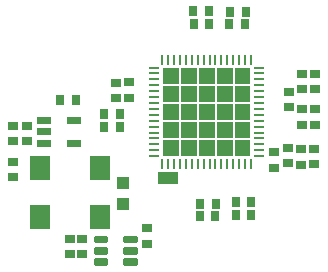
<source format=gbr>
G04 EAGLE Gerber RS-274X export*
G75*
%MOMM*%
%FSLAX34Y34*%
%LPD*%
%INSolderpaste Top*%
%IPPOS*%
%AMOC8*
5,1,8,0,0,1.08239X$1,22.5*%
G01*
%ADD10C,0.300000*%
%ADD11R,0.700000X0.900000*%
%ADD12R,0.900000X0.700000*%
%ADD13R,0.198400X0.854800*%
%ADD14R,0.854800X0.198400*%
%ADD15R,1.800000X1.000000*%
%ADD16C,0.088500*%
%ADD17R,1.800000X2.000000*%
%ADD18R,1.000000X1.100000*%

G36*
X425408Y282501D02*
X425408Y282501D01*
X425410Y282500D01*
X425453Y282520D01*
X425497Y282538D01*
X425497Y282540D01*
X425499Y282541D01*
X425532Y282626D01*
X425532Y295826D01*
X425531Y295828D01*
X425532Y295830D01*
X425512Y295873D01*
X425494Y295917D01*
X425492Y295917D01*
X425491Y295919D01*
X425406Y295952D01*
X412206Y295952D01*
X412204Y295951D01*
X412202Y295952D01*
X412159Y295932D01*
X412115Y295914D01*
X412115Y295912D01*
X412113Y295911D01*
X412080Y295826D01*
X412080Y282626D01*
X412081Y282624D01*
X412080Y282622D01*
X412100Y282579D01*
X412118Y282535D01*
X412120Y282535D01*
X412121Y282533D01*
X412206Y282500D01*
X425406Y282500D01*
X425408Y282501D01*
G37*
G36*
X395008Y282501D02*
X395008Y282501D01*
X395010Y282500D01*
X395053Y282520D01*
X395097Y282538D01*
X395097Y282540D01*
X395099Y282541D01*
X395132Y282626D01*
X395132Y295826D01*
X395131Y295828D01*
X395132Y295830D01*
X395112Y295873D01*
X395094Y295917D01*
X395092Y295917D01*
X395091Y295919D01*
X395006Y295952D01*
X381806Y295952D01*
X381804Y295951D01*
X381802Y295952D01*
X381759Y295932D01*
X381715Y295914D01*
X381715Y295912D01*
X381713Y295911D01*
X381680Y295826D01*
X381680Y282626D01*
X381681Y282624D01*
X381680Y282622D01*
X381700Y282579D01*
X381718Y282535D01*
X381720Y282535D01*
X381721Y282533D01*
X381806Y282500D01*
X395006Y282500D01*
X395008Y282501D01*
G37*
G36*
X379808Y282501D02*
X379808Y282501D01*
X379810Y282500D01*
X379853Y282520D01*
X379897Y282538D01*
X379897Y282540D01*
X379899Y282541D01*
X379932Y282626D01*
X379932Y295826D01*
X379931Y295828D01*
X379932Y295830D01*
X379912Y295873D01*
X379894Y295917D01*
X379892Y295917D01*
X379891Y295919D01*
X379806Y295952D01*
X366606Y295952D01*
X366604Y295951D01*
X366602Y295952D01*
X366559Y295932D01*
X366515Y295914D01*
X366515Y295912D01*
X366513Y295911D01*
X366480Y295826D01*
X366480Y282626D01*
X366481Y282624D01*
X366480Y282622D01*
X366500Y282579D01*
X366518Y282535D01*
X366520Y282535D01*
X366521Y282533D01*
X366606Y282500D01*
X379806Y282500D01*
X379808Y282501D01*
G37*
G36*
X410208Y282501D02*
X410208Y282501D01*
X410210Y282500D01*
X410253Y282520D01*
X410297Y282538D01*
X410297Y282540D01*
X410299Y282541D01*
X410332Y282626D01*
X410332Y295826D01*
X410331Y295828D01*
X410332Y295830D01*
X410312Y295873D01*
X410294Y295917D01*
X410292Y295917D01*
X410291Y295919D01*
X410206Y295952D01*
X397006Y295952D01*
X397004Y295951D01*
X397002Y295952D01*
X396959Y295932D01*
X396915Y295914D01*
X396915Y295912D01*
X396913Y295911D01*
X396880Y295826D01*
X396880Y282626D01*
X396881Y282624D01*
X396880Y282622D01*
X396900Y282579D01*
X396918Y282535D01*
X396920Y282535D01*
X396921Y282533D01*
X397006Y282500D01*
X410206Y282500D01*
X410208Y282501D01*
G37*
G36*
X440608Y282501D02*
X440608Y282501D01*
X440610Y282500D01*
X440653Y282520D01*
X440697Y282538D01*
X440697Y282540D01*
X440699Y282541D01*
X440732Y282626D01*
X440732Y295826D01*
X440731Y295828D01*
X440732Y295830D01*
X440712Y295873D01*
X440694Y295917D01*
X440692Y295917D01*
X440691Y295919D01*
X440606Y295952D01*
X427406Y295952D01*
X427404Y295951D01*
X427402Y295952D01*
X427359Y295932D01*
X427315Y295914D01*
X427315Y295912D01*
X427313Y295911D01*
X427280Y295826D01*
X427280Y282626D01*
X427281Y282624D01*
X427280Y282622D01*
X427300Y282579D01*
X427318Y282535D01*
X427320Y282535D01*
X427321Y282533D01*
X427406Y282500D01*
X440606Y282500D01*
X440608Y282501D01*
G37*
G36*
X379808Y267301D02*
X379808Y267301D01*
X379810Y267300D01*
X379853Y267320D01*
X379897Y267338D01*
X379897Y267340D01*
X379899Y267341D01*
X379932Y267426D01*
X379932Y280626D01*
X379931Y280628D01*
X379932Y280630D01*
X379912Y280673D01*
X379894Y280717D01*
X379892Y280717D01*
X379891Y280719D01*
X379806Y280752D01*
X366606Y280752D01*
X366604Y280751D01*
X366602Y280752D01*
X366559Y280732D01*
X366515Y280714D01*
X366515Y280712D01*
X366513Y280711D01*
X366480Y280626D01*
X366480Y267426D01*
X366481Y267424D01*
X366480Y267422D01*
X366500Y267379D01*
X366518Y267335D01*
X366520Y267335D01*
X366521Y267333D01*
X366606Y267300D01*
X379806Y267300D01*
X379808Y267301D01*
G37*
G36*
X425408Y267301D02*
X425408Y267301D01*
X425410Y267300D01*
X425453Y267320D01*
X425497Y267338D01*
X425497Y267340D01*
X425499Y267341D01*
X425532Y267426D01*
X425532Y280626D01*
X425531Y280628D01*
X425532Y280630D01*
X425512Y280673D01*
X425494Y280717D01*
X425492Y280717D01*
X425491Y280719D01*
X425406Y280752D01*
X412206Y280752D01*
X412204Y280751D01*
X412202Y280752D01*
X412159Y280732D01*
X412115Y280714D01*
X412115Y280712D01*
X412113Y280711D01*
X412080Y280626D01*
X412080Y267426D01*
X412081Y267424D01*
X412080Y267422D01*
X412100Y267379D01*
X412118Y267335D01*
X412120Y267335D01*
X412121Y267333D01*
X412206Y267300D01*
X425406Y267300D01*
X425408Y267301D01*
G37*
G36*
X410208Y267301D02*
X410208Y267301D01*
X410210Y267300D01*
X410253Y267320D01*
X410297Y267338D01*
X410297Y267340D01*
X410299Y267341D01*
X410332Y267426D01*
X410332Y280626D01*
X410331Y280628D01*
X410332Y280630D01*
X410312Y280673D01*
X410294Y280717D01*
X410292Y280717D01*
X410291Y280719D01*
X410206Y280752D01*
X397006Y280752D01*
X397004Y280751D01*
X397002Y280752D01*
X396959Y280732D01*
X396915Y280714D01*
X396915Y280712D01*
X396913Y280711D01*
X396880Y280626D01*
X396880Y267426D01*
X396881Y267424D01*
X396880Y267422D01*
X396900Y267379D01*
X396918Y267335D01*
X396920Y267335D01*
X396921Y267333D01*
X397006Y267300D01*
X410206Y267300D01*
X410208Y267301D01*
G37*
G36*
X395008Y267301D02*
X395008Y267301D01*
X395010Y267300D01*
X395053Y267320D01*
X395097Y267338D01*
X395097Y267340D01*
X395099Y267341D01*
X395132Y267426D01*
X395132Y280626D01*
X395131Y280628D01*
X395132Y280630D01*
X395112Y280673D01*
X395094Y280717D01*
X395092Y280717D01*
X395091Y280719D01*
X395006Y280752D01*
X381806Y280752D01*
X381804Y280751D01*
X381802Y280752D01*
X381759Y280732D01*
X381715Y280714D01*
X381715Y280712D01*
X381713Y280711D01*
X381680Y280626D01*
X381680Y267426D01*
X381681Y267424D01*
X381680Y267422D01*
X381700Y267379D01*
X381718Y267335D01*
X381720Y267335D01*
X381721Y267333D01*
X381806Y267300D01*
X395006Y267300D01*
X395008Y267301D01*
G37*
G36*
X440608Y267301D02*
X440608Y267301D01*
X440610Y267300D01*
X440653Y267320D01*
X440697Y267338D01*
X440697Y267340D01*
X440699Y267341D01*
X440732Y267426D01*
X440732Y280626D01*
X440731Y280628D01*
X440732Y280630D01*
X440712Y280673D01*
X440694Y280717D01*
X440692Y280717D01*
X440691Y280719D01*
X440606Y280752D01*
X427406Y280752D01*
X427404Y280751D01*
X427402Y280752D01*
X427359Y280732D01*
X427315Y280714D01*
X427315Y280712D01*
X427313Y280711D01*
X427280Y280626D01*
X427280Y267426D01*
X427281Y267424D01*
X427280Y267422D01*
X427300Y267379D01*
X427318Y267335D01*
X427320Y267335D01*
X427321Y267333D01*
X427406Y267300D01*
X440606Y267300D01*
X440608Y267301D01*
G37*
G36*
X395008Y252101D02*
X395008Y252101D01*
X395010Y252100D01*
X395053Y252120D01*
X395097Y252138D01*
X395097Y252140D01*
X395099Y252141D01*
X395132Y252226D01*
X395132Y265426D01*
X395131Y265428D01*
X395132Y265430D01*
X395112Y265473D01*
X395094Y265517D01*
X395092Y265517D01*
X395091Y265519D01*
X395006Y265552D01*
X381806Y265552D01*
X381804Y265551D01*
X381802Y265552D01*
X381759Y265532D01*
X381715Y265514D01*
X381715Y265512D01*
X381713Y265511D01*
X381680Y265426D01*
X381680Y252226D01*
X381681Y252224D01*
X381680Y252222D01*
X381700Y252179D01*
X381718Y252135D01*
X381720Y252135D01*
X381721Y252133D01*
X381806Y252100D01*
X395006Y252100D01*
X395008Y252101D01*
G37*
G36*
X440608Y252101D02*
X440608Y252101D01*
X440610Y252100D01*
X440653Y252120D01*
X440697Y252138D01*
X440697Y252140D01*
X440699Y252141D01*
X440732Y252226D01*
X440732Y265426D01*
X440731Y265428D01*
X440732Y265430D01*
X440712Y265473D01*
X440694Y265517D01*
X440692Y265517D01*
X440691Y265519D01*
X440606Y265552D01*
X427406Y265552D01*
X427404Y265551D01*
X427402Y265552D01*
X427359Y265532D01*
X427315Y265514D01*
X427315Y265512D01*
X427313Y265511D01*
X427280Y265426D01*
X427280Y252226D01*
X427281Y252224D01*
X427280Y252222D01*
X427300Y252179D01*
X427318Y252135D01*
X427320Y252135D01*
X427321Y252133D01*
X427406Y252100D01*
X440606Y252100D01*
X440608Y252101D01*
G37*
G36*
X379808Y252101D02*
X379808Y252101D01*
X379810Y252100D01*
X379853Y252120D01*
X379897Y252138D01*
X379897Y252140D01*
X379899Y252141D01*
X379932Y252226D01*
X379932Y265426D01*
X379931Y265428D01*
X379932Y265430D01*
X379912Y265473D01*
X379894Y265517D01*
X379892Y265517D01*
X379891Y265519D01*
X379806Y265552D01*
X366606Y265552D01*
X366604Y265551D01*
X366602Y265552D01*
X366559Y265532D01*
X366515Y265514D01*
X366515Y265512D01*
X366513Y265511D01*
X366480Y265426D01*
X366480Y252226D01*
X366481Y252224D01*
X366480Y252222D01*
X366500Y252179D01*
X366518Y252135D01*
X366520Y252135D01*
X366521Y252133D01*
X366606Y252100D01*
X379806Y252100D01*
X379808Y252101D01*
G37*
G36*
X410208Y252101D02*
X410208Y252101D01*
X410210Y252100D01*
X410253Y252120D01*
X410297Y252138D01*
X410297Y252140D01*
X410299Y252141D01*
X410332Y252226D01*
X410332Y265426D01*
X410331Y265428D01*
X410332Y265430D01*
X410312Y265473D01*
X410294Y265517D01*
X410292Y265517D01*
X410291Y265519D01*
X410206Y265552D01*
X397006Y265552D01*
X397004Y265551D01*
X397002Y265552D01*
X396959Y265532D01*
X396915Y265514D01*
X396915Y265512D01*
X396913Y265511D01*
X396880Y265426D01*
X396880Y252226D01*
X396881Y252224D01*
X396880Y252222D01*
X396900Y252179D01*
X396918Y252135D01*
X396920Y252135D01*
X396921Y252133D01*
X397006Y252100D01*
X410206Y252100D01*
X410208Y252101D01*
G37*
G36*
X425408Y252101D02*
X425408Y252101D01*
X425410Y252100D01*
X425453Y252120D01*
X425497Y252138D01*
X425497Y252140D01*
X425499Y252141D01*
X425532Y252226D01*
X425532Y265426D01*
X425531Y265428D01*
X425532Y265430D01*
X425512Y265473D01*
X425494Y265517D01*
X425492Y265517D01*
X425491Y265519D01*
X425406Y265552D01*
X412206Y265552D01*
X412204Y265551D01*
X412202Y265552D01*
X412159Y265532D01*
X412115Y265514D01*
X412115Y265512D01*
X412113Y265511D01*
X412080Y265426D01*
X412080Y252226D01*
X412081Y252224D01*
X412080Y252222D01*
X412100Y252179D01*
X412118Y252135D01*
X412120Y252135D01*
X412121Y252133D01*
X412206Y252100D01*
X425406Y252100D01*
X425408Y252101D01*
G37*
G36*
X410208Y236901D02*
X410208Y236901D01*
X410210Y236900D01*
X410253Y236920D01*
X410297Y236938D01*
X410297Y236940D01*
X410299Y236941D01*
X410332Y237026D01*
X410332Y250226D01*
X410331Y250228D01*
X410332Y250230D01*
X410312Y250273D01*
X410294Y250317D01*
X410292Y250317D01*
X410291Y250319D01*
X410206Y250352D01*
X397006Y250352D01*
X397004Y250351D01*
X397002Y250352D01*
X396959Y250332D01*
X396915Y250314D01*
X396915Y250312D01*
X396913Y250311D01*
X396880Y250226D01*
X396880Y237026D01*
X396881Y237024D01*
X396880Y237022D01*
X396900Y236979D01*
X396918Y236935D01*
X396920Y236935D01*
X396921Y236933D01*
X397006Y236900D01*
X410206Y236900D01*
X410208Y236901D01*
G37*
G36*
X425408Y236901D02*
X425408Y236901D01*
X425410Y236900D01*
X425453Y236920D01*
X425497Y236938D01*
X425497Y236940D01*
X425499Y236941D01*
X425532Y237026D01*
X425532Y250226D01*
X425531Y250228D01*
X425532Y250230D01*
X425512Y250273D01*
X425494Y250317D01*
X425492Y250317D01*
X425491Y250319D01*
X425406Y250352D01*
X412206Y250352D01*
X412204Y250351D01*
X412202Y250352D01*
X412159Y250332D01*
X412115Y250314D01*
X412115Y250312D01*
X412113Y250311D01*
X412080Y250226D01*
X412080Y237026D01*
X412081Y237024D01*
X412080Y237022D01*
X412100Y236979D01*
X412118Y236935D01*
X412120Y236935D01*
X412121Y236933D01*
X412206Y236900D01*
X425406Y236900D01*
X425408Y236901D01*
G37*
G36*
X440608Y236901D02*
X440608Y236901D01*
X440610Y236900D01*
X440653Y236920D01*
X440697Y236938D01*
X440697Y236940D01*
X440699Y236941D01*
X440732Y237026D01*
X440732Y250226D01*
X440731Y250228D01*
X440732Y250230D01*
X440712Y250273D01*
X440694Y250317D01*
X440692Y250317D01*
X440691Y250319D01*
X440606Y250352D01*
X427406Y250352D01*
X427404Y250351D01*
X427402Y250352D01*
X427359Y250332D01*
X427315Y250314D01*
X427315Y250312D01*
X427313Y250311D01*
X427280Y250226D01*
X427280Y237026D01*
X427281Y237024D01*
X427280Y237022D01*
X427300Y236979D01*
X427318Y236935D01*
X427320Y236935D01*
X427321Y236933D01*
X427406Y236900D01*
X440606Y236900D01*
X440608Y236901D01*
G37*
G36*
X395008Y236901D02*
X395008Y236901D01*
X395010Y236900D01*
X395053Y236920D01*
X395097Y236938D01*
X395097Y236940D01*
X395099Y236941D01*
X395132Y237026D01*
X395132Y250226D01*
X395131Y250228D01*
X395132Y250230D01*
X395112Y250273D01*
X395094Y250317D01*
X395092Y250317D01*
X395091Y250319D01*
X395006Y250352D01*
X381806Y250352D01*
X381804Y250351D01*
X381802Y250352D01*
X381759Y250332D01*
X381715Y250314D01*
X381715Y250312D01*
X381713Y250311D01*
X381680Y250226D01*
X381680Y237026D01*
X381681Y237024D01*
X381680Y237022D01*
X381700Y236979D01*
X381718Y236935D01*
X381720Y236935D01*
X381721Y236933D01*
X381806Y236900D01*
X395006Y236900D01*
X395008Y236901D01*
G37*
G36*
X379808Y236901D02*
X379808Y236901D01*
X379810Y236900D01*
X379853Y236920D01*
X379897Y236938D01*
X379897Y236940D01*
X379899Y236941D01*
X379932Y237026D01*
X379932Y250226D01*
X379931Y250228D01*
X379932Y250230D01*
X379912Y250273D01*
X379894Y250317D01*
X379892Y250317D01*
X379891Y250319D01*
X379806Y250352D01*
X366606Y250352D01*
X366604Y250351D01*
X366602Y250352D01*
X366559Y250332D01*
X366515Y250314D01*
X366515Y250312D01*
X366513Y250311D01*
X366480Y250226D01*
X366480Y237026D01*
X366481Y237024D01*
X366480Y237022D01*
X366500Y236979D01*
X366518Y236935D01*
X366520Y236935D01*
X366521Y236933D01*
X366606Y236900D01*
X379806Y236900D01*
X379808Y236901D01*
G37*
G36*
X410208Y221701D02*
X410208Y221701D01*
X410210Y221700D01*
X410253Y221720D01*
X410297Y221738D01*
X410297Y221740D01*
X410299Y221741D01*
X410332Y221826D01*
X410332Y235026D01*
X410331Y235028D01*
X410332Y235030D01*
X410312Y235073D01*
X410294Y235117D01*
X410292Y235117D01*
X410291Y235119D01*
X410206Y235152D01*
X397006Y235152D01*
X397004Y235151D01*
X397002Y235152D01*
X396959Y235132D01*
X396915Y235114D01*
X396915Y235112D01*
X396913Y235111D01*
X396880Y235026D01*
X396880Y221826D01*
X396881Y221824D01*
X396880Y221822D01*
X396900Y221779D01*
X396918Y221735D01*
X396920Y221735D01*
X396921Y221733D01*
X397006Y221700D01*
X410206Y221700D01*
X410208Y221701D01*
G37*
G36*
X395008Y221701D02*
X395008Y221701D01*
X395010Y221700D01*
X395053Y221720D01*
X395097Y221738D01*
X395097Y221740D01*
X395099Y221741D01*
X395132Y221826D01*
X395132Y235026D01*
X395131Y235028D01*
X395132Y235030D01*
X395112Y235073D01*
X395094Y235117D01*
X395092Y235117D01*
X395091Y235119D01*
X395006Y235152D01*
X381806Y235152D01*
X381804Y235151D01*
X381802Y235152D01*
X381759Y235132D01*
X381715Y235114D01*
X381715Y235112D01*
X381713Y235111D01*
X381680Y235026D01*
X381680Y221826D01*
X381681Y221824D01*
X381680Y221822D01*
X381700Y221779D01*
X381718Y221735D01*
X381720Y221735D01*
X381721Y221733D01*
X381806Y221700D01*
X395006Y221700D01*
X395008Y221701D01*
G37*
G36*
X440608Y221701D02*
X440608Y221701D01*
X440610Y221700D01*
X440653Y221720D01*
X440697Y221738D01*
X440697Y221740D01*
X440699Y221741D01*
X440732Y221826D01*
X440732Y235026D01*
X440731Y235028D01*
X440732Y235030D01*
X440712Y235073D01*
X440694Y235117D01*
X440692Y235117D01*
X440691Y235119D01*
X440606Y235152D01*
X427406Y235152D01*
X427404Y235151D01*
X427402Y235152D01*
X427359Y235132D01*
X427315Y235114D01*
X427315Y235112D01*
X427313Y235111D01*
X427280Y235026D01*
X427280Y221826D01*
X427281Y221824D01*
X427280Y221822D01*
X427300Y221779D01*
X427318Y221735D01*
X427320Y221735D01*
X427321Y221733D01*
X427406Y221700D01*
X440606Y221700D01*
X440608Y221701D01*
G37*
G36*
X425408Y221701D02*
X425408Y221701D01*
X425410Y221700D01*
X425453Y221720D01*
X425497Y221738D01*
X425497Y221740D01*
X425499Y221741D01*
X425532Y221826D01*
X425532Y235026D01*
X425531Y235028D01*
X425532Y235030D01*
X425512Y235073D01*
X425494Y235117D01*
X425492Y235117D01*
X425491Y235119D01*
X425406Y235152D01*
X412206Y235152D01*
X412204Y235151D01*
X412202Y235152D01*
X412159Y235132D01*
X412115Y235114D01*
X412115Y235112D01*
X412113Y235111D01*
X412080Y235026D01*
X412080Y221826D01*
X412081Y221824D01*
X412080Y221822D01*
X412100Y221779D01*
X412118Y221735D01*
X412120Y221735D01*
X412121Y221733D01*
X412206Y221700D01*
X425406Y221700D01*
X425408Y221701D01*
G37*
G36*
X379808Y221701D02*
X379808Y221701D01*
X379810Y221700D01*
X379853Y221720D01*
X379897Y221738D01*
X379897Y221740D01*
X379899Y221741D01*
X379932Y221826D01*
X379932Y235026D01*
X379931Y235028D01*
X379932Y235030D01*
X379912Y235073D01*
X379894Y235117D01*
X379892Y235117D01*
X379891Y235119D01*
X379806Y235152D01*
X366606Y235152D01*
X366604Y235151D01*
X366602Y235152D01*
X366559Y235132D01*
X366515Y235114D01*
X366515Y235112D01*
X366513Y235111D01*
X366480Y235026D01*
X366480Y221826D01*
X366481Y221824D01*
X366480Y221822D01*
X366500Y221779D01*
X366518Y221735D01*
X366520Y221735D01*
X366521Y221733D01*
X366606Y221700D01*
X379806Y221700D01*
X379808Y221701D01*
G37*
D10*
X318794Y149249D02*
X309594Y149249D01*
X309594Y152249D01*
X318794Y152249D01*
X318794Y149249D01*
X318794Y152099D02*
X309594Y152099D01*
X309594Y139749D02*
X318794Y139749D01*
X309594Y139749D02*
X309594Y142749D01*
X318794Y142749D01*
X318794Y139749D01*
X318794Y142599D02*
X309594Y142599D01*
X309594Y130249D02*
X318794Y130249D01*
X309594Y130249D02*
X309594Y133249D01*
X318794Y133249D01*
X318794Y130249D01*
X318794Y133099D02*
X309594Y133099D01*
X334494Y130249D02*
X343694Y130249D01*
X334494Y130249D02*
X334494Y133249D01*
X343694Y133249D01*
X343694Y130249D01*
X343694Y133099D02*
X334494Y133099D01*
X334494Y139749D02*
X343694Y139749D01*
X334494Y139749D02*
X334494Y142749D01*
X343694Y142749D01*
X343694Y139749D01*
X343694Y142599D02*
X334494Y142599D01*
X334494Y149249D02*
X343694Y149249D01*
X334494Y149249D02*
X334494Y152249D01*
X343694Y152249D01*
X343694Y149249D01*
X343694Y152099D02*
X334494Y152099D01*
D11*
X423624Y343637D03*
X436624Y343637D03*
X422912Y332943D03*
X435912Y332943D03*
X392483Y343992D03*
X405483Y343992D03*
X392534Y333248D03*
X405534Y333248D03*
D12*
X327152Y270614D03*
X327152Y283614D03*
X338074Y270868D03*
X338074Y283868D03*
D11*
X330096Y246126D03*
X317096Y246126D03*
X330096Y256794D03*
X317096Y256794D03*
D12*
X484353Y278056D03*
X484353Y291056D03*
X494944Y278031D03*
X494944Y291031D03*
X473558Y262791D03*
X473558Y275791D03*
X484378Y247906D03*
X484378Y260906D03*
X495122Y247932D03*
X495122Y260932D03*
X472440Y215496D03*
X472440Y228496D03*
X483362Y214226D03*
X483362Y227226D03*
X494284Y214480D03*
X494284Y227480D03*
X461010Y211432D03*
X461010Y224432D03*
D11*
X428094Y182372D03*
X441094Y182372D03*
X428094Y171704D03*
X441094Y171704D03*
X398122Y181102D03*
X411122Y181102D03*
X397614Y170434D03*
X410614Y170434D03*
D12*
X251206Y233784D03*
X251206Y246784D03*
D11*
X292758Y268478D03*
X279758Y268478D03*
D12*
X298450Y151534D03*
X298450Y138534D03*
X287528Y138534D03*
X287528Y151534D03*
X353314Y160170D03*
X353314Y147170D03*
D13*
X441106Y303100D03*
X436106Y303100D03*
X431106Y303100D03*
X426106Y303100D03*
X421106Y303100D03*
X416106Y303100D03*
X411106Y303100D03*
X406106Y303100D03*
X401106Y303100D03*
X396106Y303100D03*
X391106Y303100D03*
X386106Y303100D03*
X381106Y303100D03*
X376106Y303100D03*
X371106Y303100D03*
X366106Y303100D03*
D14*
X359332Y296326D03*
X359332Y291326D03*
X359332Y286326D03*
X359332Y281326D03*
X359332Y276326D03*
X359332Y271326D03*
X359332Y266326D03*
X359332Y261326D03*
X359332Y256326D03*
X359332Y251326D03*
X359332Y246326D03*
X359332Y241326D03*
X359332Y236326D03*
X359332Y231326D03*
X359332Y226326D03*
X359332Y221326D03*
D13*
X366106Y214552D03*
X371106Y214552D03*
X376106Y214552D03*
X381106Y214552D03*
X386106Y214552D03*
X391106Y214552D03*
X396106Y214552D03*
X401106Y214552D03*
X406106Y214552D03*
X411106Y214552D03*
X416106Y214552D03*
X421106Y214552D03*
X426106Y214552D03*
X431106Y214552D03*
X436106Y214552D03*
X441106Y214552D03*
D14*
X447880Y221326D03*
X447880Y226326D03*
X447880Y231326D03*
X447880Y236326D03*
X447880Y241326D03*
X447880Y246326D03*
X447880Y251326D03*
X447880Y256326D03*
X447880Y261326D03*
X447880Y266326D03*
X447880Y271326D03*
X447880Y276326D03*
X447880Y281326D03*
X447880Y286326D03*
X447880Y291326D03*
X447880Y296326D03*
D15*
X371094Y202438D03*
D16*
X259972Y249308D02*
X259972Y254324D01*
X271188Y254324D01*
X271188Y249308D01*
X259972Y249308D01*
X259972Y250149D02*
X271188Y250149D01*
X271188Y250990D02*
X259972Y250990D01*
X259972Y251831D02*
X271188Y251831D01*
X271188Y252672D02*
X259972Y252672D01*
X259972Y253513D02*
X271188Y253513D01*
X285072Y235324D02*
X285072Y230308D01*
X285072Y235324D02*
X296288Y235324D01*
X296288Y230308D01*
X285072Y230308D01*
X285072Y231149D02*
X296288Y231149D01*
X296288Y231990D02*
X285072Y231990D01*
X285072Y232831D02*
X296288Y232831D01*
X296288Y233672D02*
X285072Y233672D01*
X285072Y234513D02*
X296288Y234513D01*
X259972Y239808D02*
X259972Y244824D01*
X271188Y244824D01*
X271188Y239808D01*
X259972Y239808D01*
X259972Y240649D02*
X271188Y240649D01*
X271188Y241490D02*
X259972Y241490D01*
X259972Y242331D02*
X271188Y242331D01*
X271188Y243172D02*
X259972Y243172D01*
X259972Y244013D02*
X271188Y244013D01*
X259972Y235324D02*
X259972Y230308D01*
X259972Y235324D02*
X271188Y235324D01*
X271188Y230308D01*
X259972Y230308D01*
X259972Y231149D02*
X271188Y231149D01*
X271188Y231990D02*
X259972Y231990D01*
X259972Y232831D02*
X271188Y232831D01*
X271188Y233672D02*
X259972Y233672D01*
X259972Y234513D02*
X271188Y234513D01*
X285072Y249308D02*
X285072Y254324D01*
X296288Y254324D01*
X296288Y249308D01*
X285072Y249308D01*
X285072Y250149D02*
X296288Y250149D01*
X296288Y250990D02*
X285072Y250990D01*
X285072Y251831D02*
X296288Y251831D01*
X296288Y252672D02*
X285072Y252672D01*
X285072Y253513D02*
X296288Y253513D01*
D12*
X239776Y246784D03*
X239776Y233784D03*
D17*
X313690Y211500D03*
X313690Y169500D03*
X262890Y211500D03*
X262890Y169500D03*
D12*
X239776Y216558D03*
X239776Y203558D03*
D18*
X332486Y198238D03*
X332486Y181238D03*
M02*

</source>
